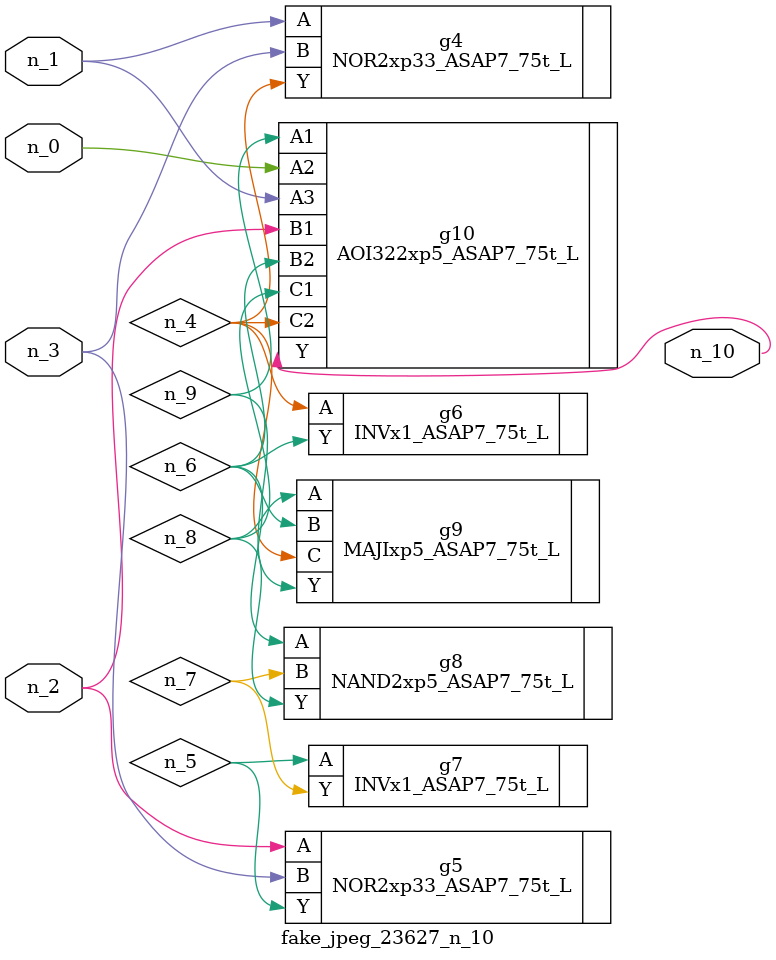
<source format=v>
module fake_jpeg_23627_n_10 (n_0, n_3, n_2, n_1, n_10);

input n_0;
input n_3;
input n_2;
input n_1;

output n_10;

wire n_4;
wire n_8;
wire n_9;
wire n_6;
wire n_5;
wire n_7;

NOR2xp33_ASAP7_75t_L g4 ( 
.A(n_1),
.B(n_3),
.Y(n_4)
);

NOR2xp33_ASAP7_75t_L g5 ( 
.A(n_2),
.B(n_3),
.Y(n_5)
);

INVx1_ASAP7_75t_L g6 ( 
.A(n_4),
.Y(n_6)
);

NAND2xp5_ASAP7_75t_L g8 ( 
.A(n_6),
.B(n_7),
.Y(n_8)
);

INVx1_ASAP7_75t_L g7 ( 
.A(n_5),
.Y(n_7)
);

MAJIxp5_ASAP7_75t_L g9 ( 
.A(n_8),
.B(n_6),
.C(n_4),
.Y(n_9)
);

AOI322xp5_ASAP7_75t_L g10 ( 
.A1(n_9),
.A2(n_0),
.A3(n_1),
.B1(n_2),
.B2(n_6),
.C1(n_8),
.C2(n_4),
.Y(n_10)
);


endmodule
</source>
